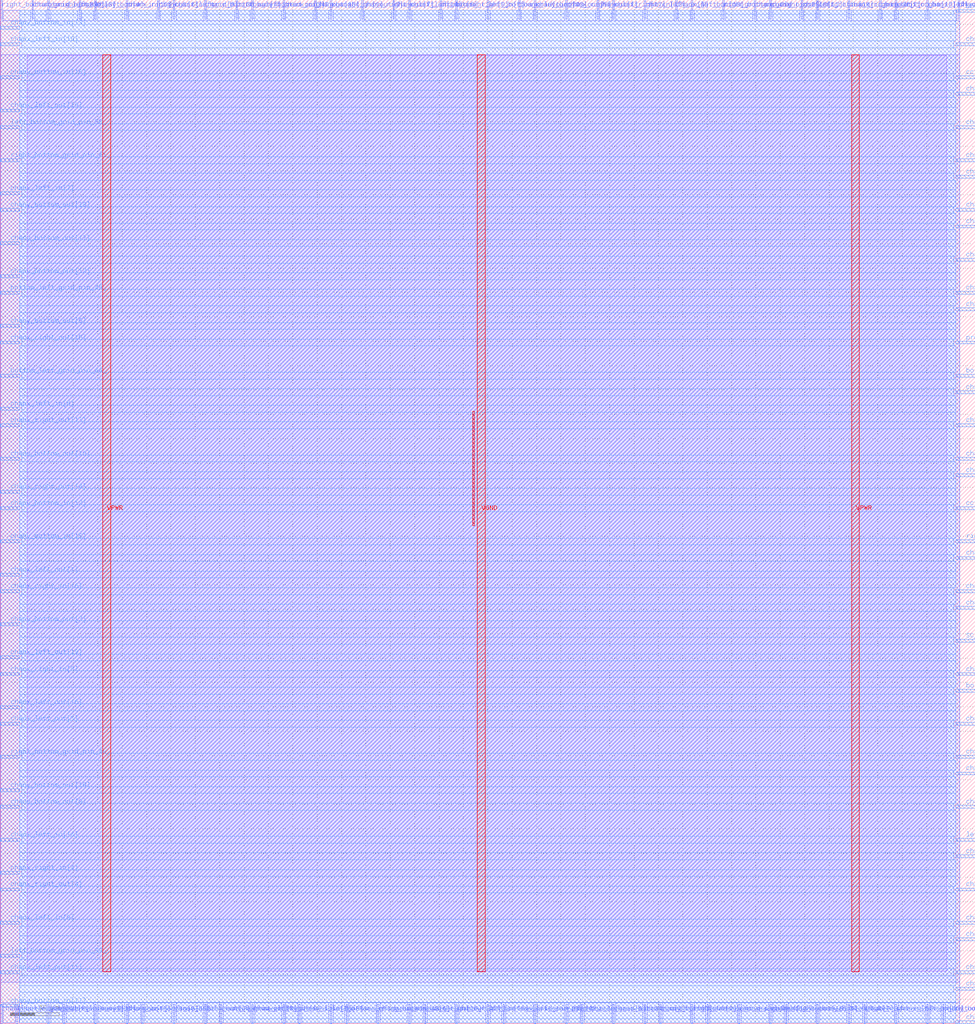
<source format=lef>
VERSION 5.7 ;
  NOWIREEXTENSIONATPIN ON ;
  DIVIDERCHAR "/" ;
  BUSBITCHARS "[]" ;
MACRO sb_1__2_
  CLASS BLOCK ;
  FOREIGN sb_1__2_ ;
  ORIGIN 0.000 0.000 ;
  SIZE 200.000 BY 210.000 ;
  PIN SC_IN_BOT
    DIRECTION INPUT ;
    USE SIGNAL ;
    PORT
      LAYER met3 ;
        RECT 196.000 78.240 200.000 78.840 ;
    END
  END SC_IN_BOT
  PIN SC_OUT_BOT
    DIRECTION OUTPUT TRISTATE ;
    USE SIGNAL ;
    PORT
      LAYER met2 ;
        RECT 173.970 0.000 174.250 4.000 ;
    END
  END SC_OUT_BOT
  PIN VGND
    DIRECTION INOUT ;
    USE GROUND ;
    PORT
      LAYER met4 ;
        RECT 97.840 10.640 99.440 198.800 ;
    END
  END VGND
  PIN VPWR
    DIRECTION INOUT ;
    USE POWER ;
    PORT
      LAYER met4 ;
        RECT 21.040 10.640 22.640 198.800 ;
    END
    PORT
      LAYER met4 ;
        RECT 174.640 10.640 176.240 198.800 ;
    END
  END VPWR
  PIN bottom_left_grid_pin_42_
    DIRECTION INPUT ;
    USE SIGNAL ;
    PORT
      LAYER met2 ;
        RECT 144.990 0.000 145.270 4.000 ;
    END
  END bottom_left_grid_pin_42_
  PIN bottom_left_grid_pin_43_
    DIRECTION INPUT ;
    USE SIGNAL ;
    PORT
      LAYER met2 ;
        RECT 103.130 0.000 103.410 4.000 ;
    END
  END bottom_left_grid_pin_43_
  PIN bottom_left_grid_pin_44_
    DIRECTION INPUT ;
    USE SIGNAL ;
    PORT
      LAYER met3 ;
        RECT 0.000 132.640 4.000 133.240 ;
    END
  END bottom_left_grid_pin_44_
  PIN bottom_left_grid_pin_45_
    DIRECTION INPUT ;
    USE SIGNAL ;
    PORT
      LAYER met3 ;
        RECT 0.000 149.640 4.000 150.240 ;
    END
  END bottom_left_grid_pin_45_
  PIN bottom_left_grid_pin_46_
    DIRECTION INPUT ;
    USE SIGNAL ;
    PORT
      LAYER met3 ;
        RECT 196.000 132.640 200.000 133.240 ;
    END
  END bottom_left_grid_pin_46_
  PIN bottom_left_grid_pin_47_
    DIRECTION INPUT ;
    USE SIGNAL ;
    PORT
      LAYER met3 ;
        RECT 196.000 68.040 200.000 68.640 ;
    END
  END bottom_left_grid_pin_47_
  PIN bottom_left_grid_pin_48_
    DIRECTION INPUT ;
    USE SIGNAL ;
    PORT
      LAYER met2 ;
        RECT 70.930 0.000 71.210 4.000 ;
    END
  END bottom_left_grid_pin_48_
  PIN bottom_left_grid_pin_49_
    DIRECTION INPUT ;
    USE SIGNAL ;
    PORT
      LAYER met2 ;
        RECT 48.390 206.000 48.670 210.000 ;
    END
  END bottom_left_grid_pin_49_
  PIN ccff_head
    DIRECTION INPUT ;
    USE SIGNAL ;
    PORT
      LAYER met3 ;
        RECT 196.000 105.440 200.000 106.040 ;
    END
  END ccff_head
  PIN ccff_tail
    DIRECTION OUTPUT TRISTATE ;
    USE SIGNAL ;
    PORT
      LAYER met3 ;
        RECT 196.000 193.840 200.000 194.440 ;
    END
  END ccff_tail
  PIN chanx_left_in[0]
    DIRECTION INPUT ;
    USE SIGNAL ;
    PORT
      LAYER met3 ;
        RECT 196.000 17.040 200.000 17.640 ;
    END
  END chanx_left_in[0]
  PIN chanx_left_in[10]
    DIRECTION INPUT ;
    USE SIGNAL ;
    PORT
      LAYER met3 ;
        RECT 0.000 200.640 4.000 201.240 ;
    END
  END chanx_left_in[10]
  PIN chanx_left_in[11]
    DIRECTION INPUT ;
    USE SIGNAL ;
    PORT
      LAYER met3 ;
        RECT 196.000 166.640 200.000 167.240 ;
    END
  END chanx_left_in[11]
  PIN chanx_left_in[12]
    DIRECTION INPUT ;
    USE SIGNAL ;
    PORT
      LAYER met2 ;
        RECT 183.630 0.000 183.910 4.000 ;
    END
  END chanx_left_in[12]
  PIN chanx_left_in[13]
    DIRECTION INPUT ;
    USE SIGNAL ;
    PORT
      LAYER met2 ;
        RECT 106.350 206.000 106.630 210.000 ;
    END
  END chanx_left_in[13]
  PIN chanx_left_in[14]
    DIRECTION INPUT ;
    USE SIGNAL ;
    PORT
      LAYER met2 ;
        RECT 80.590 206.000 80.870 210.000 ;
    END
  END chanx_left_in[14]
  PIN chanx_left_in[15]
    DIRECTION INPUT ;
    USE SIGNAL ;
    PORT
      LAYER met3 ;
        RECT 196.000 156.440 200.000 157.040 ;
    END
  END chanx_left_in[15]
  PIN chanx_left_in[16]
    DIRECTION INPUT ;
    USE SIGNAL ;
    PORT
      LAYER met3 ;
        RECT 0.000 37.440 4.000 38.040 ;
    END
  END chanx_left_in[16]
  PIN chanx_left_in[17]
    DIRECTION INPUT ;
    USE SIGNAL ;
    PORT
      LAYER met2 ;
        RECT 122.450 206.000 122.730 210.000 ;
    END
  END chanx_left_in[17]
  PIN chanx_left_in[18]
    DIRECTION INPUT ;
    USE SIGNAL ;
    PORT
      LAYER met2 ;
        RECT 138.550 206.000 138.830 210.000 ;
    END
  END chanx_left_in[18]
  PIN chanx_left_in[19]
    DIRECTION INPUT ;
    USE SIGNAL ;
    PORT
      LAYER met2 ;
        RECT 29.070 0.000 29.350 4.000 ;
    END
  END chanx_left_in[19]
  PIN chanx_left_in[1]
    DIRECTION INPUT ;
    USE SIGNAL ;
    PORT
      LAYER met2 ;
        RECT 119.230 0.000 119.510 4.000 ;
    END
  END chanx_left_in[1]
  PIN chanx_left_in[2]
    DIRECTION INPUT ;
    USE SIGNAL ;
    PORT
      LAYER met3 ;
        RECT 196.000 176.840 200.000 177.440 ;
    END
  END chanx_left_in[2]
  PIN chanx_left_in[3]
    DIRECTION INPUT ;
    USE SIGNAL ;
    PORT
      LAYER met2 ;
        RECT 35.510 206.000 35.790 210.000 ;
    END
  END chanx_left_in[3]
  PIN chanx_left_in[4]
    DIRECTION INPUT ;
    USE SIGNAL ;
    PORT
      LAYER met2 ;
        RECT 16.190 206.000 16.470 210.000 ;
    END
  END chanx_left_in[4]
  PIN chanx_left_in[5]
    DIRECTION INPUT ;
    USE SIGNAL ;
    PORT
      LAYER met2 ;
        RECT 132.110 206.000 132.390 210.000 ;
    END
  END chanx_left_in[5]
  PIN chanx_left_in[6]
    DIRECTION INPUT ;
    USE SIGNAL ;
    PORT
      LAYER met3 ;
        RECT 0.000 125.840 4.000 126.440 ;
    END
  END chanx_left_in[6]
  PIN chanx_left_in[7]
    DIRECTION INPUT ;
    USE SIGNAL ;
    PORT
      LAYER met3 ;
        RECT 0.000 170.040 4.000 170.640 ;
    END
  END chanx_left_in[7]
  PIN chanx_left_in[8]
    DIRECTION INPUT ;
    USE SIGNAL ;
    PORT
      LAYER met2 ;
        RECT 61.270 0.000 61.550 4.000 ;
    END
  END chanx_left_in[8]
  PIN chanx_left_in[9]
    DIRECTION INPUT ;
    USE SIGNAL ;
    PORT
      LAYER met3 ;
        RECT 0.000 20.440 4.000 21.040 ;
    END
  END chanx_left_in[9]
  PIN chanx_left_out[0]
    DIRECTION OUTPUT TRISTATE ;
    USE SIGNAL ;
    PORT
      LAYER met2 ;
        RECT 51.610 0.000 51.890 4.000 ;
    END
  END chanx_left_out[0]
  PIN chanx_left_out[10]
    DIRECTION OUTPUT TRISTATE ;
    USE SIGNAL ;
    PORT
      LAYER met3 ;
        RECT 0.000 187.040 4.000 187.640 ;
    END
  END chanx_left_out[10]
  PIN chanx_left_out[11]
    DIRECTION OUTPUT TRISTATE ;
    USE SIGNAL ;
    PORT
      LAYER met3 ;
        RECT 0.000 10.240 4.000 10.840 ;
    END
  END chanx_left_out[11]
  PIN chanx_left_out[12]
    DIRECTION OUTPUT TRISTATE ;
    USE SIGNAL ;
    PORT
      LAYER met3 ;
        RECT 196.000 146.240 200.000 146.840 ;
    END
  END chanx_left_out[12]
  PIN chanx_left_out[13]
    DIRECTION OUTPUT TRISTATE ;
    USE SIGNAL ;
    PORT
      LAYER met2 ;
        RECT 196.510 206.000 196.790 210.000 ;
    END
  END chanx_left_out[13]
  PIN chanx_left_out[14]
    DIRECTION OUTPUT TRISTATE ;
    USE SIGNAL ;
    PORT
      LAYER met3 ;
        RECT 196.000 51.040 200.000 51.640 ;
    END
  END chanx_left_out[14]
  PIN chanx_left_out[15]
    DIRECTION OUTPUT TRISTATE ;
    USE SIGNAL ;
    PORT
      LAYER met2 ;
        RECT 12.970 0.000 13.250 4.000 ;
    END
  END chanx_left_out[15]
  PIN chanx_left_out[16]
    DIRECTION OUTPUT TRISTATE ;
    USE SIGNAL ;
    PORT
      LAYER met3 ;
        RECT 0.000 64.640 4.000 65.240 ;
    END
  END chanx_left_out[16]
  PIN chanx_left_out[17]
    DIRECTION OUTPUT TRISTATE ;
    USE SIGNAL ;
    PORT
      LAYER met3 ;
        RECT 196.000 54.440 200.000 55.040 ;
    END
  END chanx_left_out[17]
  PIN chanx_left_out[18]
    DIRECTION OUTPUT TRISTATE ;
    USE SIGNAL ;
    PORT
      LAYER met3 ;
        RECT 196.000 85.040 200.000 85.640 ;
    END
  END chanx_left_out[18]
  PIN chanx_left_out[19]
    DIRECTION OUTPUT TRISTATE ;
    USE SIGNAL ;
    PORT
      LAYER met3 ;
        RECT 0.000 74.840 4.000 75.440 ;
    END
  END chanx_left_out[19]
  PIN chanx_left_out[1]
    DIRECTION OUTPUT TRISTATE ;
    USE SIGNAL ;
    PORT
      LAYER met3 ;
        RECT 0.000 91.840 4.000 92.440 ;
    END
  END chanx_left_out[1]
  PIN chanx_left_out[2]
    DIRECTION OUTPUT TRISTATE ;
    USE SIGNAL ;
    PORT
      LAYER met3 ;
        RECT 196.000 122.440 200.000 123.040 ;
    END
  END chanx_left_out[2]
  PIN chanx_left_out[3]
    DIRECTION OUTPUT TRISTATE ;
    USE SIGNAL ;
    PORT
      LAYER met2 ;
        RECT 9.750 206.000 10.030 210.000 ;
    END
  END chanx_left_out[3]
  PIN chanx_left_out[4]
    DIRECTION OUTPUT TRISTATE ;
    USE SIGNAL ;
    PORT
      LAYER met3 ;
        RECT 196.000 34.040 200.000 34.640 ;
    END
  END chanx_left_out[4]
  PIN chanx_left_out[5]
    DIRECTION OUTPUT TRISTATE ;
    USE SIGNAL ;
    PORT
      LAYER met3 ;
        RECT 0.000 61.240 4.000 61.840 ;
    END
  END chanx_left_out[5]
  PIN chanx_left_out[6]
    DIRECTION OUTPUT TRISTATE ;
    USE SIGNAL ;
    PORT
      LAYER met2 ;
        RECT 83.810 206.000 84.090 210.000 ;
    END
  END chanx_left_out[6]
  PIN chanx_left_out[7]
    DIRECTION OUTPUT TRISTATE ;
    USE SIGNAL ;
    PORT
      LAYER met3 ;
        RECT 196.000 173.440 200.000 174.040 ;
    END
  END chanx_left_out[7]
  PIN chanx_left_out[8]
    DIRECTION OUTPUT TRISTATE ;
    USE SIGNAL ;
    PORT
      LAYER met3 ;
        RECT 196.000 183.640 200.000 184.240 ;
    END
  END chanx_left_out[8]
  PIN chanx_left_out[9]
    DIRECTION OUTPUT TRISTATE ;
    USE SIGNAL ;
    PORT
      LAYER met2 ;
        RECT 190.070 206.000 190.350 210.000 ;
    END
  END chanx_left_out[9]
  PIN chanx_right_in[0]
    DIRECTION INPUT ;
    USE SIGNAL ;
    PORT
      LAYER met2 ;
        RECT 64.490 206.000 64.770 210.000 ;
    END
  END chanx_right_in[0]
  PIN chanx_right_in[10]
    DIRECTION INPUT ;
    USE SIGNAL ;
    PORT
      LAYER met3 ;
        RECT 196.000 88.440 200.000 89.040 ;
    END
  END chanx_right_in[10]
  PIN chanx_right_in[11]
    DIRECTION INPUT ;
    USE SIGNAL ;
    PORT
      LAYER met2 ;
        RECT 157.870 206.000 158.150 210.000 ;
    END
  END chanx_right_in[11]
  PIN chanx_right_in[12]
    DIRECTION INPUT ;
    USE SIGNAL ;
    PORT
      LAYER met2 ;
        RECT 125.670 206.000 125.950 210.000 ;
    END
  END chanx_right_in[12]
  PIN chanx_right_in[13]
    DIRECTION INPUT ;
    USE SIGNAL ;
    PORT
      LAYER met2 ;
        RECT 151.430 0.000 151.710 4.000 ;
    END
  END chanx_right_in[13]
  PIN chanx_right_in[14]
    DIRECTION INPUT ;
    USE SIGNAL ;
    PORT
      LAYER met2 ;
        RECT 183.630 206.000 183.910 210.000 ;
    END
  END chanx_right_in[14]
  PIN chanx_right_in[15]
    DIRECTION INPUT ;
    USE SIGNAL ;
    PORT
      LAYER met2 ;
        RECT 93.470 0.000 93.750 4.000 ;
    END
  END chanx_right_in[15]
  PIN chanx_right_in[16]
    DIRECTION INPUT ;
    USE SIGNAL ;
    PORT
      LAYER met3 ;
        RECT 0.000 88.440 4.000 89.040 ;
    END
  END chanx_right_in[16]
  PIN chanx_right_in[17]
    DIRECTION INPUT ;
    USE SIGNAL ;
    PORT
      LAYER met3 ;
        RECT 196.000 10.240 200.000 10.840 ;
    END
  END chanx_right_in[17]
  PIN chanx_right_in[18]
    DIRECTION INPUT ;
    USE SIGNAL ;
    PORT
      LAYER met2 ;
        RECT 164.310 206.000 164.590 210.000 ;
    END
  END chanx_right_in[18]
  PIN chanx_right_in[19]
    DIRECTION INPUT ;
    USE SIGNAL ;
    PORT
      LAYER met2 ;
        RECT 83.810 0.000 84.090 4.000 ;
    END
  END chanx_right_in[19]
  PIN chanx_right_in[1]
    DIRECTION INPUT ;
    USE SIGNAL ;
    PORT
      LAYER met2 ;
        RECT 132.110 0.000 132.390 4.000 ;
    END
  END chanx_right_in[1]
  PIN chanx_right_in[2]
    DIRECTION INPUT ;
    USE SIGNAL ;
    PORT
      LAYER met3 ;
        RECT 196.000 115.640 200.000 116.240 ;
    END
  END chanx_right_in[2]
  PIN chanx_right_in[3]
    DIRECTION INPUT ;
    USE SIGNAL ;
    PORT
      LAYER met2 ;
        RECT 58.050 0.000 58.330 4.000 ;
    END
  END chanx_right_in[3]
  PIN chanx_right_in[4]
    DIRECTION INPUT ;
    USE SIGNAL ;
    PORT
      LAYER met3 ;
        RECT 0.000 30.640 4.000 31.240 ;
    END
  END chanx_right_in[4]
  PIN chanx_right_in[5]
    DIRECTION INPUT ;
    USE SIGNAL ;
    PORT
      LAYER met2 ;
        RECT 93.470 206.000 93.750 210.000 ;
    END
  END chanx_right_in[5]
  PIN chanx_right_in[6]
    DIRECTION INPUT ;
    USE SIGNAL ;
    PORT
      LAYER met2 ;
        RECT 177.190 0.000 177.470 4.000 ;
    END
  END chanx_right_in[6]
  PIN chanx_right_in[7]
    DIRECTION INPUT ;
    USE SIGNAL ;
    PORT
      LAYER met3 ;
        RECT 196.000 20.440 200.000 21.040 ;
    END
  END chanx_right_in[7]
  PIN chanx_right_in[8]
    DIRECTION INPUT ;
    USE SIGNAL ;
    PORT
      LAYER met3 ;
        RECT 0.000 71.440 4.000 72.040 ;
    END
  END chanx_right_in[8]
  PIN chanx_right_in[9]
    DIRECTION INPUT ;
    USE SIGNAL ;
    PORT
      LAYER met2 ;
        RECT 90.250 206.000 90.530 210.000 ;
    END
  END chanx_right_in[9]
  PIN chanx_right_out[0]
    DIRECTION OUTPUT TRISTATE ;
    USE SIGNAL ;
    PORT
      LAYER met2 ;
        RECT 6.530 206.000 6.810 210.000 ;
    END
  END chanx_right_out[0]
  PIN chanx_right_out[10]
    DIRECTION OUTPUT TRISTATE ;
    USE SIGNAL ;
    PORT
      LAYER met3 ;
        RECT 196.000 207.440 200.000 208.040 ;
    END
  END chanx_right_out[10]
  PIN chanx_right_out[11]
    DIRECTION OUTPUT TRISTATE ;
    USE SIGNAL ;
    PORT
      LAYER met3 ;
        RECT 196.000 71.440 200.000 72.040 ;
    END
  END chanx_right_out[11]
  PIN chanx_right_out[12]
    DIRECTION OUTPUT TRISTATE ;
    USE SIGNAL ;
    PORT
      LAYER met2 ;
        RECT 87.030 0.000 87.310 4.000 ;
    END
  END chanx_right_out[12]
  PIN chanx_right_out[13]
    DIRECTION OUTPUT TRISTATE ;
    USE SIGNAL ;
    PORT
      LAYER met3 ;
        RECT 0.000 122.440 4.000 123.040 ;
    END
  END chanx_right_out[13]
  PIN chanx_right_out[14]
    DIRECTION OUTPUT TRISTATE ;
    USE SIGNAL ;
    PORT
      LAYER met3 ;
        RECT 0.000 108.840 4.000 109.440 ;
    END
  END chanx_right_out[14]
  PIN chanx_right_out[15]
    DIRECTION OUTPUT TRISTATE ;
    USE SIGNAL ;
    PORT
      LAYER met3 ;
        RECT 0.000 139.440 4.000 140.040 ;
    END
  END chanx_right_out[15]
  PIN chanx_right_out[16]
    DIRECTION OUTPUT TRISTATE ;
    USE SIGNAL ;
    PORT
      LAYER met2 ;
        RECT 157.870 0.000 158.150 4.000 ;
    END
  END chanx_right_out[16]
  PIN chanx_right_out[17]
    DIRECTION OUTPUT TRISTATE ;
    USE SIGNAL ;
    PORT
      LAYER met3 ;
        RECT 196.000 149.640 200.000 150.240 ;
    END
  END chanx_right_out[17]
  PIN chanx_right_out[18]
    DIRECTION OUTPUT TRISTATE ;
    USE SIGNAL ;
    PORT
      LAYER met2 ;
        RECT 58.050 206.000 58.330 210.000 ;
    END
  END chanx_right_out[18]
  PIN chanx_right_out[19]
    DIRECTION OUTPUT TRISTATE ;
    USE SIGNAL ;
    PORT
      LAYER met2 ;
        RECT 154.650 206.000 154.930 210.000 ;
    END
  END chanx_right_out[19]
  PIN chanx_right_out[1]
    DIRECTION OUTPUT TRISTATE ;
    USE SIGNAL ;
    PORT
      LAYER met2 ;
        RECT 116.010 206.000 116.290 210.000 ;
    END
  END chanx_right_out[1]
  PIN chanx_right_out[2]
    DIRECTION OUTPUT TRISTATE ;
    USE SIGNAL ;
    PORT
      LAYER met2 ;
        RECT 173.970 206.000 174.250 210.000 ;
    END
  END chanx_right_out[2]
  PIN chanx_right_out[3]
    DIRECTION OUTPUT TRISTATE ;
    USE SIGNAL ;
    PORT
      LAYER met2 ;
        RECT 3.310 0.000 3.590 4.000 ;
    END
  END chanx_right_out[3]
  PIN chanx_right_out[4]
    DIRECTION OUTPUT TRISTATE ;
    USE SIGNAL ;
    PORT
      LAYER met3 ;
        RECT 0.000 27.240 4.000 27.840 ;
    END
  END chanx_right_out[4]
  PIN chanx_right_out[5]
    DIRECTION OUTPUT TRISTATE ;
    USE SIGNAL ;
    PORT
      LAYER met3 ;
        RECT 196.000 6.840 200.000 7.440 ;
    END
  END chanx_right_out[5]
  PIN chanx_right_out[6]
    DIRECTION OUTPUT TRISTATE ;
    USE SIGNAL ;
    PORT
      LAYER met2 ;
        RECT 25.850 206.000 26.130 210.000 ;
    END
  END chanx_right_out[6]
  PIN chanx_right_out[7]
    DIRECTION OUTPUT TRISTATE ;
    USE SIGNAL ;
    PORT
      LAYER met2 ;
        RECT 74.150 206.000 74.430 210.000 ;
    END
  END chanx_right_out[7]
  PIN chanx_right_out[8]
    DIRECTION OUTPUT TRISTATE ;
    USE SIGNAL ;
    PORT
      LAYER met3 ;
        RECT 196.000 95.240 200.000 95.840 ;
    END
  END chanx_right_out[8]
  PIN chanx_right_out[9]
    DIRECTION OUTPUT TRISTATE ;
    USE SIGNAL ;
    PORT
      LAYER met2 ;
        RECT 67.710 206.000 67.990 210.000 ;
    END
  END chanx_right_out[9]
  PIN chany_bottom_in[0]
    DIRECTION INPUT ;
    USE SIGNAL ;
    PORT
      LAYER met2 ;
        RECT 19.410 0.000 19.690 4.000 ;
    END
  END chany_bottom_in[0]
  PIN chany_bottom_in[10]
    DIRECTION INPUT ;
    USE SIGNAL ;
    PORT
      LAYER met2 ;
        RECT 19.410 206.000 19.690 210.000 ;
    END
  END chany_bottom_in[10]
  PIN chany_bottom_in[11]
    DIRECTION INPUT ;
    USE SIGNAL ;
    PORT
      LAYER met3 ;
        RECT 0.000 3.440 4.000 4.040 ;
    END
  END chany_bottom_in[11]
  PIN chany_bottom_in[12]
    DIRECTION INPUT ;
    USE SIGNAL ;
    PORT
      LAYER met3 ;
        RECT 0.000 105.440 4.000 106.040 ;
    END
  END chany_bottom_in[12]
  PIN chany_bottom_in[13]
    DIRECTION INPUT ;
    USE SIGNAL ;
    PORT
      LAYER met3 ;
        RECT 0.000 204.040 4.000 204.640 ;
    END
  END chany_bottom_in[13]
  PIN chany_bottom_in[14]
    DIRECTION INPUT ;
    USE SIGNAL ;
    PORT
      LAYER met2 ;
        RECT 193.290 0.000 193.570 4.000 ;
    END
  END chany_bottom_in[14]
  PIN chany_bottom_in[15]
    DIRECTION INPUT ;
    USE SIGNAL ;
    PORT
      LAYER met3 ;
        RECT 0.000 98.640 4.000 99.240 ;
    END
  END chany_bottom_in[15]
  PIN chany_bottom_in[16]
    DIRECTION INPUT ;
    USE SIGNAL ;
    PORT
      LAYER met3 ;
        RECT 0.000 193.840 4.000 194.440 ;
    END
  END chany_bottom_in[16]
  PIN chany_bottom_in[17]
    DIRECTION INPUT ;
    USE SIGNAL ;
    PORT
      LAYER met2 ;
        RECT 180.410 206.000 180.690 210.000 ;
    END
  END chany_bottom_in[17]
  PIN chany_bottom_in[18]
    DIRECTION INPUT ;
    USE SIGNAL ;
    PORT
      LAYER met2 ;
        RECT 45.170 0.000 45.450 4.000 ;
    END
  END chany_bottom_in[18]
  PIN chany_bottom_in[19]
    DIRECTION INPUT ;
    USE SIGNAL ;
    PORT
      LAYER met3 ;
        RECT 196.000 44.240 200.000 44.840 ;
    END
  END chany_bottom_in[19]
  PIN chany_bottom_in[1]
    DIRECTION INPUT ;
    USE SIGNAL ;
    PORT
      LAYER met2 ;
        RECT 125.670 0.000 125.950 4.000 ;
    END
  END chany_bottom_in[1]
  PIN chany_bottom_in[2]
    DIRECTION INPUT ;
    USE SIGNAL ;
    PORT
      LAYER met3 ;
        RECT 196.000 0.040 200.000 0.640 ;
    END
  END chany_bottom_in[2]
  PIN chany_bottom_in[3]
    DIRECTION INPUT ;
    USE SIGNAL ;
    PORT
      LAYER met2 ;
        RECT 51.610 206.000 51.890 210.000 ;
    END
  END chany_bottom_in[3]
  PIN chany_bottom_in[4]
    DIRECTION INPUT ;
    USE SIGNAL ;
    PORT
      LAYER met2 ;
        RECT 161.090 0.000 161.370 4.000 ;
    END
  END chany_bottom_in[4]
  PIN chany_bottom_in[5]
    DIRECTION INPUT ;
    USE SIGNAL ;
    PORT
      LAYER met2 ;
        RECT 25.850 0.000 26.130 4.000 ;
    END
  END chany_bottom_in[5]
  PIN chany_bottom_in[6]
    DIRECTION INPUT ;
    USE SIGNAL ;
    PORT
      LAYER met2 ;
        RECT 77.370 0.000 77.650 4.000 ;
    END
  END chany_bottom_in[6]
  PIN chany_bottom_in[7]
    DIRECTION INPUT ;
    USE SIGNAL ;
    PORT
      LAYER met3 ;
        RECT 196.000 27.240 200.000 27.840 ;
    END
  END chany_bottom_in[7]
  PIN chany_bottom_in[8]
    DIRECTION INPUT ;
    USE SIGNAL ;
    PORT
      LAYER met3 ;
        RECT 196.000 163.240 200.000 163.840 ;
    END
  END chany_bottom_in[8]
  PIN chany_bottom_in[9]
    DIRECTION INPUT ;
    USE SIGNAL ;
    PORT
      LAYER met3 ;
        RECT 196.000 112.240 200.000 112.840 ;
    END
  END chany_bottom_in[9]
  PIN chany_bottom_out[0]
    DIRECTION OUTPUT TRISTATE ;
    USE SIGNAL ;
    PORT
      LAYER met2 ;
        RECT 167.530 0.000 167.810 4.000 ;
    END
  END chany_bottom_out[0]
  PIN chany_bottom_out[10]
    DIRECTION OUTPUT TRISTATE ;
    USE SIGNAL ;
    PORT
      LAYER met3 ;
        RECT 0.000 115.640 4.000 116.240 ;
    END
  END chany_bottom_out[10]
  PIN chany_bottom_out[11]
    DIRECTION OUTPUT TRISTATE ;
    USE SIGNAL ;
    PORT
      LAYER met3 ;
        RECT 196.000 61.240 200.000 61.840 ;
    END
  END chany_bottom_out[11]
  PIN chany_bottom_out[12]
    DIRECTION OUTPUT TRISTATE ;
    USE SIGNAL ;
    PORT
      LAYER met3 ;
        RECT 0.000 153.040 4.000 153.640 ;
    END
  END chany_bottom_out[12]
  PIN chany_bottom_out[13]
    DIRECTION OUTPUT TRISTATE ;
    USE SIGNAL ;
    PORT
      LAYER met3 ;
        RECT 196.000 129.240 200.000 129.840 ;
    END
  END chany_bottom_out[13]
  PIN chany_bottom_out[14]
    DIRECTION OUTPUT TRISTATE ;
    USE SIGNAL ;
    PORT
      LAYER met3 ;
        RECT 196.000 190.440 200.000 191.040 ;
    END
  END chany_bottom_out[14]
  PIN chany_bottom_out[15]
    DIRECTION OUTPUT TRISTATE ;
    USE SIGNAL ;
    PORT
      LAYER met2 ;
        RECT 190.070 0.000 190.350 4.000 ;
    END
  END chany_bottom_out[15]
  PIN chany_bottom_out[16]
    DIRECTION OUTPUT TRISTATE ;
    USE SIGNAL ;
    PORT
      LAYER met3 ;
        RECT 196.000 200.640 200.000 201.240 ;
    END
  END chany_bottom_out[16]
  PIN chany_bottom_out[17]
    DIRECTION OUTPUT TRISTATE ;
    USE SIGNAL ;
    PORT
      LAYER met3 ;
        RECT 0.000 159.840 4.000 160.440 ;
    END
  END chany_bottom_out[17]
  PIN chany_bottom_out[18]
    DIRECTION OUTPUT TRISTATE ;
    USE SIGNAL ;
    PORT
      LAYER met3 ;
        RECT 0.000 166.640 4.000 167.240 ;
    END
  END chany_bottom_out[18]
  PIN chany_bottom_out[19]
    DIRECTION OUTPUT TRISTATE ;
    USE SIGNAL ;
    PORT
      LAYER met3 ;
        RECT 0.000 47.640 4.000 48.240 ;
    END
  END chany_bottom_out[19]
  PIN chany_bottom_out[1]
    DIRECTION OUTPUT TRISTATE ;
    USE SIGNAL ;
    PORT
      LAYER met2 ;
        RECT 0.090 0.000 0.370 4.000 ;
    END
  END chany_bottom_out[1]
  PIN chany_bottom_out[2]
    DIRECTION OUTPUT TRISTATE ;
    USE SIGNAL ;
    PORT
      LAYER met2 ;
        RECT 135.330 0.000 135.610 4.000 ;
    END
  END chany_bottom_out[2]
  PIN chany_bottom_out[3]
    DIRECTION OUTPUT TRISTATE ;
    USE SIGNAL ;
    PORT
      LAYER met3 ;
        RECT 0.000 81.640 4.000 82.240 ;
    END
  END chany_bottom_out[3]
  PIN chany_bottom_out[4]
    DIRECTION OUTPUT TRISTATE ;
    USE SIGNAL ;
    PORT
      LAYER met2 ;
        RECT 41.950 206.000 42.230 210.000 ;
    END
  END chany_bottom_out[4]
  PIN chany_bottom_out[5]
    DIRECTION OUTPUT TRISTATE ;
    USE SIGNAL ;
    PORT
      LAYER met2 ;
        RECT 109.570 206.000 109.850 210.000 ;
    END
  END chany_bottom_out[5]
  PIN chany_bottom_out[6]
    DIRECTION OUTPUT TRISTATE ;
    USE SIGNAL ;
    PORT
      LAYER met3 ;
        RECT 0.000 142.840 4.000 143.440 ;
    END
  END chany_bottom_out[6]
  PIN chany_bottom_out[7]
    DIRECTION OUTPUT TRISTATE ;
    USE SIGNAL ;
    PORT
      LAYER met2 ;
        RECT 35.510 0.000 35.790 4.000 ;
    END
  END chany_bottom_out[7]
  PIN chany_bottom_out[8]
    DIRECTION OUTPUT TRISTATE ;
    USE SIGNAL ;
    PORT
      LAYER met2 ;
        RECT 9.750 0.000 10.030 4.000 ;
    END
  END chany_bottom_out[8]
  PIN chany_bottom_out[9]
    DIRECTION OUTPUT TRISTATE ;
    USE SIGNAL ;
    PORT
      LAYER met3 ;
        RECT 0.000 44.240 4.000 44.840 ;
    END
  END chany_bottom_out[9]
  PIN left_bottom_grid_pin_34_
    DIRECTION INPUT ;
    USE SIGNAL ;
    PORT
      LAYER met2 ;
        RECT 99.910 206.000 100.190 210.000 ;
    END
  END left_bottom_grid_pin_34_
  PIN left_bottom_grid_pin_35_
    DIRECTION INPUT ;
    USE SIGNAL ;
    PORT
      LAYER met2 ;
        RECT 99.910 0.000 100.190 4.000 ;
    END
  END left_bottom_grid_pin_35_
  PIN left_bottom_grid_pin_36_
    DIRECTION INPUT ;
    USE SIGNAL ;
    PORT
      LAYER met2 ;
        RECT 167.530 206.000 167.810 210.000 ;
    END
  END left_bottom_grid_pin_36_
  PIN left_bottom_grid_pin_37_
    DIRECTION INPUT ;
    USE SIGNAL ;
    PORT
      LAYER met3 ;
        RECT 196.000 37.440 200.000 38.040 ;
    END
  END left_bottom_grid_pin_37_
  PIN left_bottom_grid_pin_38_
    DIRECTION INPUT ;
    USE SIGNAL ;
    PORT
      LAYER met3 ;
        RECT 0.000 183.640 4.000 184.240 ;
    END
  END left_bottom_grid_pin_38_
  PIN left_bottom_grid_pin_39_
    DIRECTION INPUT ;
    USE SIGNAL ;
    PORT
      LAYER met3 ;
        RECT 0.000 13.640 4.000 14.240 ;
    END
  END left_bottom_grid_pin_39_
  PIN left_bottom_grid_pin_40_
    DIRECTION INPUT ;
    USE SIGNAL ;
    PORT
      LAYER met2 ;
        RECT 41.950 0.000 42.230 4.000 ;
    END
  END left_bottom_grid_pin_40_
  PIN left_bottom_grid_pin_41_
    DIRECTION INPUT ;
    USE SIGNAL ;
    PORT
      LAYER met2 ;
        RECT 67.710 0.000 67.990 4.000 ;
    END
  END left_bottom_grid_pin_41_
  PIN left_top_grid_pin_1_
    DIRECTION INPUT ;
    USE SIGNAL ;
    PORT
      LAYER met2 ;
        RECT 109.570 0.000 109.850 4.000 ;
    END
  END left_top_grid_pin_1_
  PIN prog_clk_0_S_in
    DIRECTION INPUT ;
    USE SIGNAL ;
    PORT
      LAYER met3 ;
        RECT 196.000 139.440 200.000 140.040 ;
    END
  END prog_clk_0_S_in
  PIN right_bottom_grid_pin_34_
    DIRECTION INPUT ;
    USE SIGNAL ;
    PORT
      LAYER met2 ;
        RECT 116.010 0.000 116.290 4.000 ;
    END
  END right_bottom_grid_pin_34_
  PIN right_bottom_grid_pin_35_
    DIRECTION INPUT ;
    USE SIGNAL ;
    PORT
      LAYER met2 ;
        RECT 148.210 206.000 148.490 210.000 ;
    END
  END right_bottom_grid_pin_35_
  PIN right_bottom_grid_pin_36_
    DIRECTION INPUT ;
    USE SIGNAL ;
    PORT
      LAYER met2 ;
        RECT 141.770 206.000 142.050 210.000 ;
    END
  END right_bottom_grid_pin_36_
  PIN right_bottom_grid_pin_37_
    DIRECTION INPUT ;
    USE SIGNAL ;
    PORT
      LAYER met2 ;
        RECT 0.090 206.000 0.370 210.000 ;
    END
  END right_bottom_grid_pin_37_
  PIN right_bottom_grid_pin_38_
    DIRECTION INPUT ;
    USE SIGNAL ;
    PORT
      LAYER met2 ;
        RECT 32.290 206.000 32.570 210.000 ;
    END
  END right_bottom_grid_pin_38_
  PIN right_bottom_grid_pin_39_
    DIRECTION INPUT ;
    USE SIGNAL ;
    PORT
      LAYER met2 ;
        RECT 141.770 0.000 142.050 4.000 ;
    END
  END right_bottom_grid_pin_39_
  PIN right_bottom_grid_pin_40_
    DIRECTION INPUT ;
    USE SIGNAL ;
    PORT
      LAYER met3 ;
        RECT 0.000 54.440 4.000 55.040 ;
    END
  END right_bottom_grid_pin_40_
  PIN right_bottom_grid_pin_41_
    DIRECTION INPUT ;
    USE SIGNAL ;
    PORT
      LAYER met3 ;
        RECT 0.000 176.840 4.000 177.440 ;
    END
  END right_bottom_grid_pin_41_
  PIN right_top_grid_pin_1_
    DIRECTION INPUT ;
    USE SIGNAL ;
    PORT
      LAYER met3 ;
        RECT 196.000 98.640 200.000 99.240 ;
    END
  END right_top_grid_pin_1_
  OBS
      LAYER li1 ;
        RECT 5.520 10.795 194.120 198.645 ;
      LAYER met1 ;
        RECT 0.070 8.540 196.810 198.800 ;
      LAYER met2 ;
        RECT 0.650 205.720 6.250 207.925 ;
        RECT 7.090 205.720 9.470 207.925 ;
        RECT 10.310 205.720 15.910 207.925 ;
        RECT 16.750 205.720 19.130 207.925 ;
        RECT 19.970 205.720 25.570 207.925 ;
        RECT 26.410 205.720 32.010 207.925 ;
        RECT 32.850 205.720 35.230 207.925 ;
        RECT 36.070 205.720 41.670 207.925 ;
        RECT 42.510 205.720 48.110 207.925 ;
        RECT 48.950 205.720 51.330 207.925 ;
        RECT 52.170 205.720 57.770 207.925 ;
        RECT 58.610 205.720 64.210 207.925 ;
        RECT 65.050 205.720 67.430 207.925 ;
        RECT 68.270 205.720 73.870 207.925 ;
        RECT 74.710 205.720 80.310 207.925 ;
        RECT 81.150 205.720 83.530 207.925 ;
        RECT 84.370 205.720 89.970 207.925 ;
        RECT 90.810 205.720 93.190 207.925 ;
        RECT 94.030 205.720 99.630 207.925 ;
        RECT 100.470 205.720 106.070 207.925 ;
        RECT 106.910 205.720 109.290 207.925 ;
        RECT 110.130 205.720 115.730 207.925 ;
        RECT 116.570 205.720 122.170 207.925 ;
        RECT 123.010 205.720 125.390 207.925 ;
        RECT 126.230 205.720 131.830 207.925 ;
        RECT 132.670 205.720 138.270 207.925 ;
        RECT 139.110 205.720 141.490 207.925 ;
        RECT 142.330 205.720 147.930 207.925 ;
        RECT 148.770 205.720 154.370 207.925 ;
        RECT 155.210 205.720 157.590 207.925 ;
        RECT 158.430 205.720 164.030 207.925 ;
        RECT 164.870 205.720 167.250 207.925 ;
        RECT 168.090 205.720 173.690 207.925 ;
        RECT 174.530 205.720 180.130 207.925 ;
        RECT 180.970 205.720 183.350 207.925 ;
        RECT 184.190 205.720 189.790 207.925 ;
        RECT 190.630 205.720 196.230 207.925 ;
        RECT 0.100 4.280 196.780 205.720 ;
        RECT 0.650 0.155 3.030 4.280 ;
        RECT 3.870 0.155 9.470 4.280 ;
        RECT 10.310 0.155 12.690 4.280 ;
        RECT 13.530 0.155 19.130 4.280 ;
        RECT 19.970 0.155 25.570 4.280 ;
        RECT 26.410 0.155 28.790 4.280 ;
        RECT 29.630 0.155 35.230 4.280 ;
        RECT 36.070 0.155 41.670 4.280 ;
        RECT 42.510 0.155 44.890 4.280 ;
        RECT 45.730 0.155 51.330 4.280 ;
        RECT 52.170 0.155 57.770 4.280 ;
        RECT 58.610 0.155 60.990 4.280 ;
        RECT 61.830 0.155 67.430 4.280 ;
        RECT 68.270 0.155 70.650 4.280 ;
        RECT 71.490 0.155 77.090 4.280 ;
        RECT 77.930 0.155 83.530 4.280 ;
        RECT 84.370 0.155 86.750 4.280 ;
        RECT 87.590 0.155 93.190 4.280 ;
        RECT 94.030 0.155 99.630 4.280 ;
        RECT 100.470 0.155 102.850 4.280 ;
        RECT 103.690 0.155 109.290 4.280 ;
        RECT 110.130 0.155 115.730 4.280 ;
        RECT 116.570 0.155 118.950 4.280 ;
        RECT 119.790 0.155 125.390 4.280 ;
        RECT 126.230 0.155 131.830 4.280 ;
        RECT 132.670 0.155 135.050 4.280 ;
        RECT 135.890 0.155 141.490 4.280 ;
        RECT 142.330 0.155 144.710 4.280 ;
        RECT 145.550 0.155 151.150 4.280 ;
        RECT 151.990 0.155 157.590 4.280 ;
        RECT 158.430 0.155 160.810 4.280 ;
        RECT 161.650 0.155 167.250 4.280 ;
        RECT 168.090 0.155 173.690 4.280 ;
        RECT 174.530 0.155 176.910 4.280 ;
        RECT 177.750 0.155 183.350 4.280 ;
        RECT 184.190 0.155 189.790 4.280 ;
        RECT 190.630 0.155 193.010 4.280 ;
        RECT 193.850 0.155 196.780 4.280 ;
      LAYER met3 ;
        RECT 4.000 207.040 195.600 207.905 ;
        RECT 4.000 205.040 196.000 207.040 ;
        RECT 4.400 203.640 196.000 205.040 ;
        RECT 4.000 201.640 196.000 203.640 ;
        RECT 4.400 200.240 195.600 201.640 ;
        RECT 4.000 194.840 196.000 200.240 ;
        RECT 4.400 193.440 195.600 194.840 ;
        RECT 4.000 191.440 196.000 193.440 ;
        RECT 4.000 190.040 195.600 191.440 ;
        RECT 4.000 188.040 196.000 190.040 ;
        RECT 4.400 186.640 196.000 188.040 ;
        RECT 4.000 184.640 196.000 186.640 ;
        RECT 4.400 183.240 195.600 184.640 ;
        RECT 4.000 177.840 196.000 183.240 ;
        RECT 4.400 176.440 195.600 177.840 ;
        RECT 4.000 174.440 196.000 176.440 ;
        RECT 4.000 173.040 195.600 174.440 ;
        RECT 4.000 171.040 196.000 173.040 ;
        RECT 4.400 169.640 196.000 171.040 ;
        RECT 4.000 167.640 196.000 169.640 ;
        RECT 4.400 166.240 195.600 167.640 ;
        RECT 4.000 164.240 196.000 166.240 ;
        RECT 4.000 162.840 195.600 164.240 ;
        RECT 4.000 160.840 196.000 162.840 ;
        RECT 4.400 159.440 196.000 160.840 ;
        RECT 4.000 157.440 196.000 159.440 ;
        RECT 4.000 156.040 195.600 157.440 ;
        RECT 4.000 154.040 196.000 156.040 ;
        RECT 4.400 152.640 196.000 154.040 ;
        RECT 4.000 150.640 196.000 152.640 ;
        RECT 4.400 149.240 195.600 150.640 ;
        RECT 4.000 147.240 196.000 149.240 ;
        RECT 4.000 145.840 195.600 147.240 ;
        RECT 4.000 143.840 196.000 145.840 ;
        RECT 4.400 142.440 196.000 143.840 ;
        RECT 4.000 140.440 196.000 142.440 ;
        RECT 4.400 139.040 195.600 140.440 ;
        RECT 4.000 133.640 196.000 139.040 ;
        RECT 4.400 132.240 195.600 133.640 ;
        RECT 4.000 130.240 196.000 132.240 ;
        RECT 4.000 128.840 195.600 130.240 ;
        RECT 4.000 126.840 196.000 128.840 ;
        RECT 4.400 125.440 196.000 126.840 ;
        RECT 4.000 123.440 196.000 125.440 ;
        RECT 4.400 122.040 195.600 123.440 ;
        RECT 4.000 116.640 196.000 122.040 ;
        RECT 4.400 115.240 195.600 116.640 ;
        RECT 4.000 113.240 196.000 115.240 ;
        RECT 4.000 111.840 195.600 113.240 ;
        RECT 4.000 109.840 196.000 111.840 ;
        RECT 4.400 108.440 196.000 109.840 ;
        RECT 4.000 106.440 196.000 108.440 ;
        RECT 4.400 105.040 195.600 106.440 ;
        RECT 4.000 99.640 196.000 105.040 ;
        RECT 4.400 98.240 195.600 99.640 ;
        RECT 4.000 96.240 196.000 98.240 ;
        RECT 4.000 94.840 195.600 96.240 ;
        RECT 4.000 92.840 196.000 94.840 ;
        RECT 4.400 91.440 196.000 92.840 ;
        RECT 4.000 89.440 196.000 91.440 ;
        RECT 4.400 88.040 195.600 89.440 ;
        RECT 4.000 86.040 196.000 88.040 ;
        RECT 4.000 84.640 195.600 86.040 ;
        RECT 4.000 82.640 196.000 84.640 ;
        RECT 4.400 81.240 196.000 82.640 ;
        RECT 4.000 79.240 196.000 81.240 ;
        RECT 4.000 77.840 195.600 79.240 ;
        RECT 4.000 75.840 196.000 77.840 ;
        RECT 4.400 74.440 196.000 75.840 ;
        RECT 4.000 72.440 196.000 74.440 ;
        RECT 4.400 71.040 195.600 72.440 ;
        RECT 4.000 69.040 196.000 71.040 ;
        RECT 4.000 67.640 195.600 69.040 ;
        RECT 4.000 65.640 196.000 67.640 ;
        RECT 4.400 64.240 196.000 65.640 ;
        RECT 4.000 62.240 196.000 64.240 ;
        RECT 4.400 60.840 195.600 62.240 ;
        RECT 4.000 55.440 196.000 60.840 ;
        RECT 4.400 54.040 195.600 55.440 ;
        RECT 4.000 52.040 196.000 54.040 ;
        RECT 4.000 50.640 195.600 52.040 ;
        RECT 4.000 48.640 196.000 50.640 ;
        RECT 4.400 47.240 196.000 48.640 ;
        RECT 4.000 45.240 196.000 47.240 ;
        RECT 4.400 43.840 195.600 45.240 ;
        RECT 4.000 38.440 196.000 43.840 ;
        RECT 4.400 37.040 195.600 38.440 ;
        RECT 4.000 35.040 196.000 37.040 ;
        RECT 4.000 33.640 195.600 35.040 ;
        RECT 4.000 31.640 196.000 33.640 ;
        RECT 4.400 30.240 196.000 31.640 ;
        RECT 4.000 28.240 196.000 30.240 ;
        RECT 4.400 26.840 195.600 28.240 ;
        RECT 4.000 21.440 196.000 26.840 ;
        RECT 4.400 20.040 195.600 21.440 ;
        RECT 4.000 18.040 196.000 20.040 ;
        RECT 4.000 16.640 195.600 18.040 ;
        RECT 4.000 14.640 196.000 16.640 ;
        RECT 4.400 13.240 196.000 14.640 ;
        RECT 4.000 11.240 196.000 13.240 ;
        RECT 4.400 9.840 195.600 11.240 ;
        RECT 4.000 7.840 196.000 9.840 ;
        RECT 4.000 6.440 195.600 7.840 ;
        RECT 4.000 4.440 196.000 6.440 ;
        RECT 4.400 3.040 196.000 4.440 ;
        RECT 4.000 1.040 196.000 3.040 ;
        RECT 4.000 0.175 195.600 1.040 ;
      LAYER met4 ;
        RECT 96.895 102.175 97.225 125.625 ;
  END
END sb_1__2_
END LIBRARY


</source>
